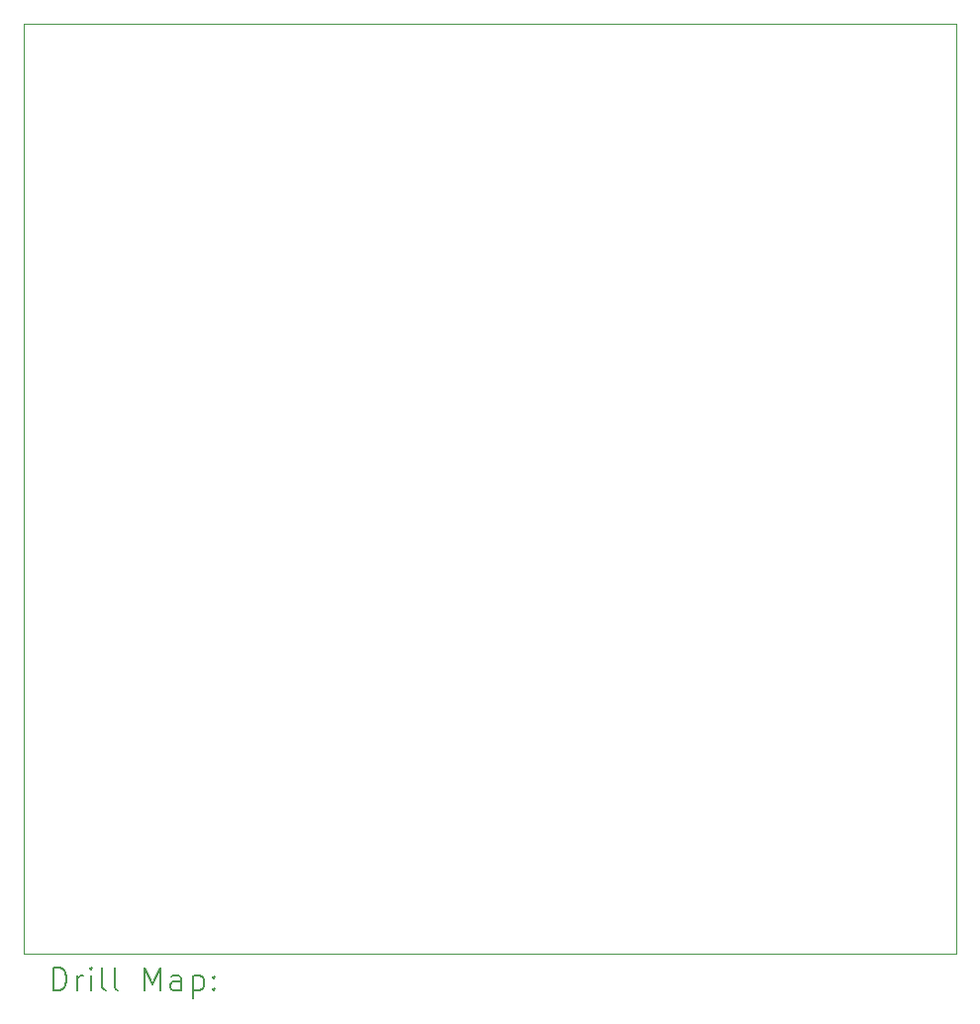
<source format=gbr>
%TF.GenerationSoftware,KiCad,Pcbnew,(6.0.9-0)*%
%TF.CreationDate,2023-03-20T13:18:44-04:00*%
%TF.ProjectId,dad_bod_02,6461645f-626f-4645-9f30-322e6b696361,rev?*%
%TF.SameCoordinates,Original*%
%TF.FileFunction,Drillmap*%
%TF.FilePolarity,Positive*%
%FSLAX45Y45*%
G04 Gerber Fmt 4.5, Leading zero omitted, Abs format (unit mm)*
G04 Created by KiCad (PCBNEW (6.0.9-0)) date 2023-03-20 13:18:44*
%MOMM*%
%LPD*%
G01*
G04 APERTURE LIST*
%ADD10C,0.050000*%
%ADD11C,0.200000*%
G04 APERTURE END LIST*
D10*
X8993600Y-6327600D02*
X16969200Y-6327600D01*
X16969200Y-6327600D02*
X16969200Y-14277800D01*
X16969200Y-14277800D02*
X8993600Y-14277800D01*
X8993600Y-14277800D02*
X8993600Y-6327600D01*
D11*
X9248719Y-14590776D02*
X9248719Y-14390776D01*
X9296338Y-14390776D01*
X9324910Y-14400300D01*
X9343957Y-14419348D01*
X9353481Y-14438395D01*
X9363005Y-14476490D01*
X9363005Y-14505062D01*
X9353481Y-14543157D01*
X9343957Y-14562205D01*
X9324910Y-14581252D01*
X9296338Y-14590776D01*
X9248719Y-14590776D01*
X9448719Y-14590776D02*
X9448719Y-14457443D01*
X9448719Y-14495538D02*
X9458243Y-14476490D01*
X9467767Y-14466967D01*
X9486814Y-14457443D01*
X9505862Y-14457443D01*
X9572529Y-14590776D02*
X9572529Y-14457443D01*
X9572529Y-14390776D02*
X9563005Y-14400300D01*
X9572529Y-14409824D01*
X9582052Y-14400300D01*
X9572529Y-14390776D01*
X9572529Y-14409824D01*
X9696338Y-14590776D02*
X9677290Y-14581252D01*
X9667767Y-14562205D01*
X9667767Y-14390776D01*
X9801100Y-14590776D02*
X9782052Y-14581252D01*
X9772529Y-14562205D01*
X9772529Y-14390776D01*
X10029671Y-14590776D02*
X10029671Y-14390776D01*
X10096338Y-14533633D01*
X10163005Y-14390776D01*
X10163005Y-14590776D01*
X10343957Y-14590776D02*
X10343957Y-14486014D01*
X10334433Y-14466967D01*
X10315386Y-14457443D01*
X10277290Y-14457443D01*
X10258243Y-14466967D01*
X10343957Y-14581252D02*
X10324910Y-14590776D01*
X10277290Y-14590776D01*
X10258243Y-14581252D01*
X10248719Y-14562205D01*
X10248719Y-14543157D01*
X10258243Y-14524109D01*
X10277290Y-14514586D01*
X10324910Y-14514586D01*
X10343957Y-14505062D01*
X10439195Y-14457443D02*
X10439195Y-14657443D01*
X10439195Y-14466967D02*
X10458243Y-14457443D01*
X10496338Y-14457443D01*
X10515386Y-14466967D01*
X10524910Y-14476490D01*
X10534433Y-14495538D01*
X10534433Y-14552681D01*
X10524910Y-14571728D01*
X10515386Y-14581252D01*
X10496338Y-14590776D01*
X10458243Y-14590776D01*
X10439195Y-14581252D01*
X10620148Y-14571728D02*
X10629671Y-14581252D01*
X10620148Y-14590776D01*
X10610624Y-14581252D01*
X10620148Y-14571728D01*
X10620148Y-14590776D01*
X10620148Y-14466967D02*
X10629671Y-14476490D01*
X10620148Y-14486014D01*
X10610624Y-14476490D01*
X10620148Y-14466967D01*
X10620148Y-14486014D01*
M02*

</source>
